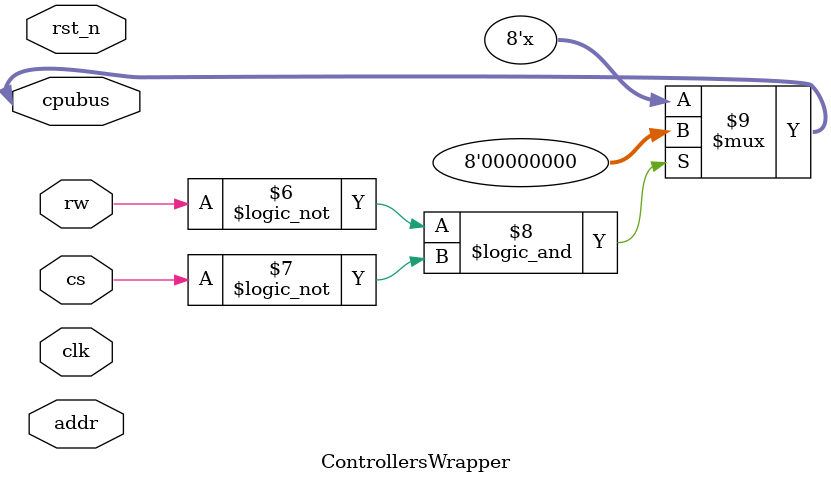
<source format=sv>
module ControllersWrapper(
			input clk,
			input rst_n,
			input cs,
			input rw,
			input addr,
			inout [7:0] cpubus
			);

logic controller1_cs_n, controller2_cs_n;
assign controller1_cs_n = addr | cs;
assign controller2_cs_n = rw ? (~addr | cs) : (cs | addr);

// Force controller to send no signal (idle controller) for now
assign cpubus = (!rw && !cs) ? 8'h00 : 8'hzz;


endmodule

</source>
